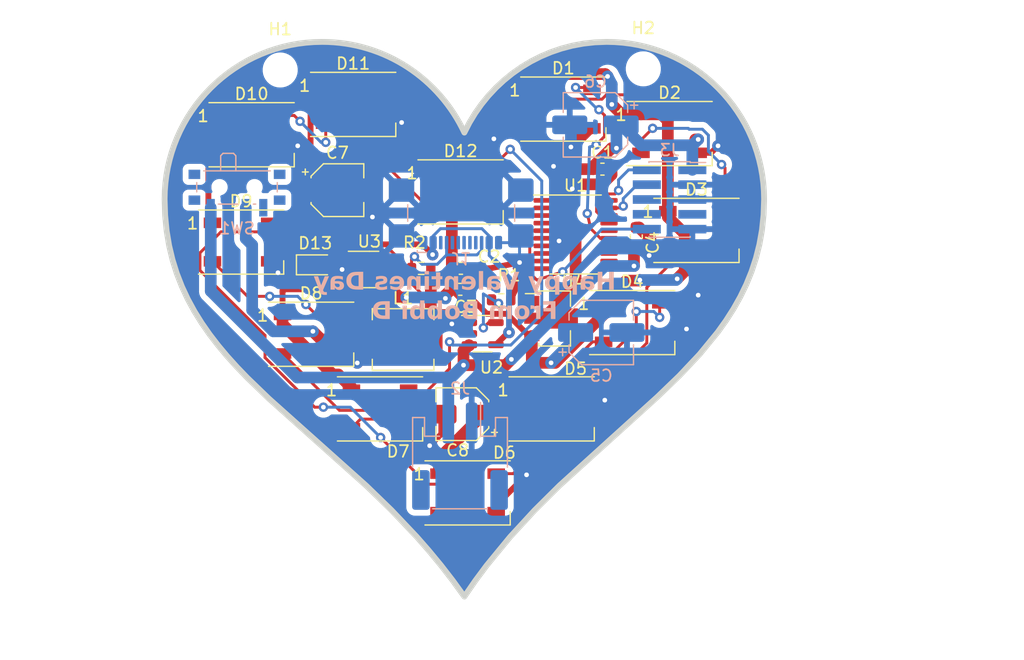
<source format=kicad_pcb>
(kicad_pcb (version 20221018) (generator pcbnew)
  (layers (0 "F.Cu" signal) (31 "B.Cu" signal) (34 "B.Paste" user) (35 "F.Paste" user) (36 "B.SilkS" user "B.Silkscreen") (37 "F.SilkS" user "F.Silkscreen") (38 "B.Mask" user) (39 "F.Mask" user) (44 "Edge.Cuts" user))
  (net 0 "")
  (net 1 "+3V3")
  (net 2 "GND")
  (net 3 "+5V")
  (net 4 "/VBat")
  (net 5 "Net-(D1-DOUT)")
  (net 6 "/LED_Data")
  (net 7 "Net-(D2-DOUT)")
  (net 8 "Net-(D3-DOUT)")
  (net 9 "Net-(D4-DOUT)")
  (net 10 "Net-(D4-DIN)")
  (net 11 "Net-(D5-DIN)")
  (net 12 "Net-(D12-DIN)")
  (net 13 "Net-(D7-DIN)")
  (net 14 "Net-(D8-DIN)")
  (net 16 "Net-(D10-DIN)")
  (net 17 "Net-(D11-DIN)")
  (net 18 "/VUSB")
  (net 19 "Net-(J1-CC1)")
  (net 26 "/SWDIO")
  (net 27 "/SWCLK")
  (net 31 "/~{RST}")
  (net 32 "/VBat_switched")
  (net 33 "Net-(U3-SW)")
  (net 34 "Net-(U2-PROG)")
  (net 42 "/Gain Select")
  (net 43 "/sda")
  (net 44 "/scl")
  (net 46 "/trans")
  (footprint "Capacitor_SMD:C_0603_1608Metric" (layer "F.Cu") (at 158.8 73.1)
    (fp_text reference "C1")
    (fp_text value "100nf")
  )
  (footprint "Capacitor_SMD:C_0603_1608Metric" (layer "F.Cu") (at 146.625 83.4)
    (fp_text reference "C3")
    (fp_text value "100n")
  )
  (footprint "LED_SMD:LED_WS2812B_PLCC4_5.0x5.0mm_P3.2mm" (layer "F.Cu") (at 139.75 93.65)
    (fp_text reference "D7")
    (fp_text value "WS2812B")
  )
  (footprint "Resistor_SMD:R_0603_1608Metric" (layer "F.Cu") (at 150.125 84.3)
    (fp_text reference "R1")
    (fp_text value "2k")
  )
  (footprint "LED_SMD:LED_WS2812B_PLCC4_5.0x5.0mm_P3.2mm" (layer "F.Cu") (at 147.25 100.85)
    (fp_text reference "D6")
    (fp_text value "WS2812B")
  )
  (footprint "Capacitor_SMD:CP_Elec_4x3" (layer "F.Cu") (at 146.8 94.1 180)
    (fp_text reference "C8")
    (fp_text value "4.7u")
  )
  (footprint "Package_TO_SOT_SMD:SOT-23-5" (layer "F.Cu") (at 148.5375 87.2)
    (fp_text reference "U2")
    (fp_text value "LR4054")
  )
  (footprint "LED_SMD:LED_WS2812B_PLCC4_5.0x5.0mm_P3.2mm" (layer "F.Cu") (at 164.55 70.05)
    (fp_text reference "D2")
    (fp_text value "WS2812B")
  )
  (footprint "LED_SMD:LED_WS2812B_PLCC4_5.0x5.0mm_P3.2mm" (layer "F.Cu") (at 128.75 70.15)
    (fp_text reference "D10")
    (fp_text value "WS2812B")
  )
  (footprint "Capacitor_SMD:C_0603_1608Metric" (layer "F.Cu") (at 146.675 81.6)
    (fp_text reference "C2")
    (fp_text value "100n")
  )
  (footprint "MountingHole:MountingHole_2.5mm" (layer "F.Cu") (at 162.3 64.5)
    (fp_text reference "H2")
    (fp_text value "MountingHole")
  )
  (footprint "LED_SMD:LED_WS2812B_PLCC4_5.0x5.0mm_P3.2mm" (layer "F.Cu") (at 155.45 67.95)
    (fp_text reference "D1")
    (fp_text value "WS2812B")
  )
  (footprint "LED_SMD:LED_WS2812B_PLCC4_5.0x5.0mm_P3.2mm" (layer "F.Cu") (at 133.85 87.25)
    (fp_text reference "D8")
    (fp_text value "WS2812B")
  )
  (footprint "LED_SMD:LED_WS2812B_PLCC4_5.0x5.0mm_P3.2mm" (layer "F.Cu") (at 161.35 86.25)
    (fp_text reference "D4")
    (fp_text value "WS2812B")
  )
  (footprint "Package_TO_SOT_SMD:SOT-23-5" (layer "F.Cu") (at 138.8375 81.7)
    (fp_text reference "U3")
    (fp_text value "TPS613222ADBV")
  )
  (footprint "LED_SMD:LED_WS2812B_PLCC4_5.0x5.0mm_P3.2mm" (layer "F.Cu") (at 154.45 93.65)
    (fp_text reference "D5")
    (fp_text value "WS2812B")
  )
  (footprint "Capacitor_SMD:C_0603_1608Metric" (layer "F.Cu") (at 161.7 78.875 90)
    (fp_text reference "C4")
    (fp_text value "100nf")
  )
  (footprint "LED_SMD:LED_WS2812B_PLCC4_5.0x5.0mm_P3.2mm" (layer "F.Cu") (at 137.45 67.55)
    (fp_text reference "D11")
    (fp_text value "WS2812B")
  )
  (footprint "Inductor_SMD:L_Vishay_IHLP-2020" (layer "F.Cu") (at 141.7265 87.7)
    (fp_text reference "L1")
    (fp_text value "4.7uh")
  )
  (footprint "Package_TO_SOT_SMD:SOT-89-3" (layer "F.Cu") (at 154.7 85.9)
    (fp_text reference "U4")
    (fp_text value "AMS1117-3.3")
  )
  (footprint "Package_SO:TSSOP-20_4.4x6.5mm_P0.65mm" (layer "F.Cu") (at 156.5 78.7)
    (fp_text reference "U1")
    (fp_text value "STM32G030F6P6")
  )
  (footprint "Resistor_SMD:R_0603_1608Metric" (layer "F.Cu") (at 143.275 81.6)
    (fp_text reference "R2")
    (fp_text value "5k1")
  )
  (footprint "Diode_SMD:D_SOD-323F" (layer "F.Cu") (at 134.2 81.3)
    (fp_text reference "D13")
    (fp_text value "SD103")
  )
  (footprint "LED_SMD:LED_WS2812B_PLCC4_5.0x5.0mm_P3.2mm" (layer "F.Cu") (at 127.85 79.35)
    (fp_text reference "D9")
    (fp_text value "WS2812B")
  )
  (footprint "LED_SMD:LED_WS2812B_PLCC4_5.0x5.0mm_P3.2mm" (layer "F.Cu") (at 146.65 75.05)
    (fp_text reference "D12")
    (fp_text value "WS2812B")
  )
  (footprint "MountingHole:MountingHole_2.5mm" (layer "F.Cu") (at 131.2 64.6)
    (fp_text reference "H1")
    (fp_text value "MountingHole")
  )
  (footprint "LED_SMD:LED_WS2812B_PLCC4_5.0x5.0mm_P3.2mm" (layer "F.Cu") (at 166.85 78.35)
    (fp_text reference "D3")
    (fp_text value "WS2812B")
  )
  (footprint "Capacitor_SMD:CP_Elec_4x3" (layer "F.Cu") (at 136.1 74.9)
    (fp_text reference "C7")
    (fp_text value "4.7u")
  )
  (footprint "Capacitor_SMD:CP_Elec_5x3" (layer "B.Cu") (at 158.2 69.3 180)
    (fp_text reference "C6")
    (fp_text value "10uf")
  )
  (footprint "Capacitor_SMD:CP_Elec_5x3" (layer "B.Cu") (at 158.7 87.1)
    (fp_text reference "C5")
    (fp_text value "10uf")
  )
  (footprint "Button_Switch_SMD:SW_SPDT_PCM12" (layer "B.Cu") (at 127.5 74.975)
    (fp_text reference "SW1")
    (fp_text value "SW_SPST")
  )
  (footprint "Connector_PinHeader_1.27mm:PinHeader_2x05_P1.27mm_Vertical_SMD" (layer "B.Cu") (at 164.55 75.7 180)
    (fp_text reference "J3")
    (fp_text value "Conn_ARM_JTAG_SWD_10")
  )
  (footprint "Connector_JST:JST_PH_S2B-PH-SM4-TB_1x02-1MP_P2.00mm_Horizontal" (layer "B.Cu") (at 146.6 97.7 180)
    (fp_text reference "J2")
    (fp_text value "Conn_01x02_Pin")
  )
  (footprint "Connector_USB:USB_C_Receptacle_GCT_USB4110" (layer "B.Cu") (at 146.7 75.72)
    (fp_text reference "J1")
    (fp_text value "USB_C_Receptacle")
  )
  (gr_poly (pts (xy 135.3 62.2) (xy 135.799241 62.227725) (xy 136.293405 62.273527) (xy 136.782171 62.337071) (xy 137.26522 62.418022) (xy 137.742228 62.516049) (xy 138.212875 62.630815) (xy 138.676839 62.761988) (xy 139.133801 62.909235) (xy 139.583437 63.07222) (xy 140.025427 63.25061) (xy 140.459451 63.444071) (xy 140.885186 63.652271) (xy 141.302311 63.874873) (xy 141.710506 64.111546) (xy 142.109449 64.361954) (xy 142.498818 64.625765) (xy 142.878293 64.902644) (xy 143.247553 65.192257) (xy 143.606276 65.494272) (xy 143.95414 65.808352) (xy 144.290826 66.134166) (xy 144.616011 66.471379) (xy 144.929375 66.819658) (xy 145.230595 67.178667) (xy 145.519352 67.548075) (xy 145.795323 67.927546) (xy 146.058188 68.316747) (xy 146.307625 68.715345) (xy 146.543314 69.123004) (xy 146.764932 69.539392) (xy 146.972159 69.964175) (xy 147.404642 69.120721) (xy 147.892941 68.312769) (xy 148.434506 67.54293) (xy 149.026788 66.813812) (xy 149.667237 66.128027) (xy 150.353305 65.488183) (xy 151.08244 64.89689) (xy 151.852094 64.356758) (xy 152.659718 63.870398) (xy 153.502761 63.440418) (xy 154.378675 63.069429) (xy 155.284909 62.76004) (xy 156.218914 62.514861) (xy 157.178141 62.336502) (xy 158.16004 62.227573) (xy 159.162061 62.190683) (xy 159.855614 62.208227) (xy 160.540096 62.260293) (xy 161.214658 62.346034) (xy 161.878449 62.464601) (xy 162.530623 62.615148) (xy 163.170328 62.796826) (xy 163.796717 63.008788) (xy 164.408941 63.250185) (xy 165.00615 63.520171) (xy 165.587496 63.817898) (xy 166.152129 64.142517) (xy 166.699201 64.493181) (xy 167.227862 64.869043) (xy 167.737264 65.269254) (xy 168.226557 65.692967) (xy 168.694893 66.139334) (xy 169.141423 66.607508) (xy 169.565297 67.09664) (xy 169.965666 67.605883) (xy 170.341683 68.13439) (xy 170.692496 68.681312) (xy 171.017259 69.245802) (xy 171.315121 69.827012) (xy 171.585233 70.424095) (xy 171.826747 71.036202) (xy 172.038814 71.662486) (xy 172.220585 72.302099) (xy 172.37121 72.954193) (xy 172.48984 73.617922) (xy 172.575628 74.292436) (xy 172.627723 74.976889) (xy 172.645276 75.670432) (xy 172.599578 77.01484) (xy 172.465145 78.303833) (xy 172.245969 79.541146) (xy 171.946043 80.730515) (xy 171.569358 81.875676) (xy 171.119908 82.980366) (xy 170.601684 84.048319) (xy 170.01868 85.083274) (xy 169.374886 86.088964) (xy 168.674296 87.069127) (xy 167.118696 88.967815) (xy 165.383818 90.809226) (xy 163.501601 92.623248) (xy 155.138106 100.203214) (xy 152.998269 102.328618) (xy 150.902723 104.605964) (xy 148.883408 107.06514) (xy 147.912317 108.372254) (xy 146.972261 109.736034) (xy 145.98288 108.365171) (xy 144.968726 107.054643) (xy 143.933484 105.800392) (xy 142.880838 104.59836) (xy 140.738072 102.334728) (xy 138.569902 100.231289) (xy 130.232689 92.770306) (xy 128.379625 90.980965) (xy 127.508043 90.075365) (xy 126.678008 89.15707) (xy 125.893202 88.222022) (xy 125.15731 87.266163) (xy 124.474018 86.285437) (xy 123.847009 85.275787) (xy 123.279967 84.233155) (xy 122.776577 83.153483) (xy 122.340523 82.032716) (xy 121.97549 80.866795) (xy 121.685162 79.651663) (xy 121.473223 78.383264) (xy 121.343358 77.057539) (xy 121.299251 75.670432) (xy 121.316795 74.976889) (xy 121.368862 74.292436) (xy 121.454604 73.617922) (xy 121.573176 72.954193) (xy 121.723729 72.302099) (xy 121.905416 71.662486) (xy 122.117391 71.036202) (xy 122.358807 70.424095) (xy 122.628816 69.827012) (xy 122.926571 69.245802) (xy 123.251225 68.681312) (xy 123.601931 68.13439) (xy 123.977842 67.605883) (xy 124.378111 67.09664) (xy 124.801891 66.607508) (xy 125.248335 66.139334) (xy 125.716595 65.692967) (xy 126.205824 65.269254) (xy 126.715176 64.869043) (xy 127.243803 64.493181) (xy 127.790859 64.142517) (xy 128.355495 63.817898) (xy 128.936866 63.520171) (xy 129.534123 63.250185) (xy 130.146421 63.008788) (xy 130.772911 62.796826) (xy 131.412747 62.615148) (xy 132.065081 62.464601) (xy 132.729067 62.346034) (xy 133.403858 62.260293) (xy 134.088605 62.208227) (xy 134.782463 62.190683) (xy 134.796005 62.190683)) (stroke (width 0.5)) (fill none) (layer "Edge.Cuts"))
  (gr_text "Happy Valentines Day\nFrom Bobbi D" (at 147 86.2) (layer "B.SilkS") (effects (font (size 1.5 1.5) (thickness 0.3) bold) (justify bottom mirror)))
  (segment (start 154.95 74.282233) (end 154.95 75.215858) (width 1) (layer "F.Cu") (net 1))
  (segment (start 154.95 75.215858) (end 155.2 75.465858) (width 1) (layer "F.Cu") (net 1))
  (segment (start 152.838 85.9) (end 153.75 85.9) (width 1) (layer "F.Cu") (net 1))
  (segment (start 158.025 72.860618) (end 159.585618 71.3) (width 1) (layer "F.Cu") (net 1))
  (segment (start 159.585618 71.3) (end 160 71.3) (width 1) (layer "F.Cu") (net 1))
  (segment (start 153.75 85.9) (end 156.5 83.15) (width 1) (layer "F.Cu") (net 1))
  (segment (start 156.132233 73.1) (end 154.95 74.282233) (width 1) (layer "F.Cu") (net 1))
  (segment (start 155.075 77.725) (end 153.638 77.725) (width 0.25) (layer "F.Cu") (net 1))
  (segment (start 155.2 75.465858) (end 155.2 77.6) (width 1) (layer "F.Cu") (net 1))
  (segment (start 158.025 73.1) (end 156.132233 73.1) (width 1) (layer "F.Cu") (net 1))
  (segment (start 158.025 73.1) (end 158.025 72.860618) (width 1) (layer "F.Cu") (net 1))
  (segment (start 153.638 77.725) (end 153.6375 77.725) (width 0.4006) (layer "F.Cu") (net 1))
  (segment (start 152.838 85.9) (end 152.8375 85.9) (width 1) (layer "F.Cu") (net 1))
  (segment (start 167 70.5505) (end 166.75 70.5505) (width 1) (layer "F.Cu") (net 1))
  (segment (start 156.5 83.15) (end 156.5 78.9) (width 1) (layer "F.Cu") (net 1))
  (segment (start 155.2 77.6) (end 155.075 77.725) (width 0.25) (layer "F.Cu") (net 1))
  (segment (start 156.5 78.9) (end 155.2 77.6) (width 1) (layer "F.Cu") (net 1))
  (via (at 167 70.5505) (size 1) (drill 0.4) (layers "F.Cu" "B.Cu") (net 1))
  (via (at 160 71.3) (size 1) (drill 0.4) (layers "F.Cu" "B.Cu") (net 1))
  (segment (start 166.5 71.0505) (end 162.1505 71.0505) (width 1) (layer "B.Cu") (net 1))
  (segment (start 162.1505 71.0505) (end 160.4 69.3) (width 1) (layer "B.Cu") (net 1))
  (segment (start 160 69.7) (end 160.4 69.3) (width 1) (layer "B.Cu") (net 1))
  (segment (start 166.5 71.0505) (end 167 70.5505) (width 1) (layer "B.Cu") (net 1))
  (segment (start 160 71.3) (end 160 69.7) (width 1) (layer "B.Cu") (net 1))
  (segment (start 166.5 73.16) (end 166.5 71.0505) (width 1) (layer "B.Cu") (net 1))
  (segment (start 154.609227 72.690773) (end 154.609227 72.855239) (width 1) (layer "F.Cu") (net 2))
  (segment (start 159.575 73.575) (end 158.75 74.4) (width 1) (layer "F.Cu") (net 2))
  (segment (start 144.1 81.6) (end 144.1 82.5) (width 0.5) (layer "F.Cu") (net 2))
  (segment (start 151.477 83.127) (end 150.95 84.3) (width 0.5) (layer "F.Cu") (net 2))
  (segment (start 145.9 85.7005) (end 145.9 86.3625) (width 1) (layer "F.Cu") (net 2))
  (segment (start 155.083 79.0834) (end 155.083 79.2512) (width 0.25) (layer "F.Cu") (net 2))
  (segment (start 156.6 74.4) (end 156.215599 74.784401) (width 1) (layer "F.Cu") (net 2))
  (segment (start 145.7995 85.6) (end 145.9 85.7005) (width 1) (layer "F.Cu") (net 2))
  (segment (start 156.9 95) (end 159 92.9) (width 0.5) (layer "F.Cu") (net 2))
  (segment (start 167 71.7) (end 168.1 71.7) (width 0.5) (layer "F.Cu") (net 2))
  (segment (start 149.1697 81.6) (end 148.615 81.7096) (width 0.5) (layer "F.Cu") (net 2))
  (segment (start 161.939382 78.1) (end 162.9 79.060618) (width 1) (layer "F.Cu") (net 2))
  (segment (start 146.738 87.2) (end 147.4 87.2) (width 0.5) (layer "F.Cu") (net 2))
  (segment (start 136.3 88.9) (end 136.991 88.9) (width 0.5) (layer "F.Cu") (net 2))
  (segment (start 130.3 81.2675) (end 131.009 81.9767) (width 0.5) (layer "F.Cu") (net 2))
  (segment (start 145.9 86.3625) (end 146.738 87.2) (width 0.5) (layer "F.Cu") (net 2))
  (segment (start 145 94.1) (end 145 95.8) (width 0.5) (layer "F.Cu") (net 2))
  (segment (start 141.5 69.2) (end 141.6 69.1) (width 0.5) (layer "F.Cu") (net 2))
  (segment (start 147.432 75.0315) (end 147.432 72.5685) (width 0.5) (layer "F.Cu") (net 2))
  (segment (start 151.7 81.1) (end 151.367 81.6) (width 0.5) (layer "F.Cu") (net 2))
  (segment (start 151.7 81.1) (end 151.477 83.127) (width 0.5) (layer "F.Cu") (net 2))
  (segment (start 157.9 69.6) (end 157.7 69.6) (width 1) (layer "F.Cu") (net 2))
  (segment (start 163.8 87.9) (end 164.9 87.9) (width 0.5) (layer "F.Cu") (net 2))
  (segment (start 168.1 71.7) (end 168.7 71.1) (width 0.5) (layer "F.Cu") (net 2))
  (segment (start 142.2 95.3) (end 142.5 95.3) (width 0.5) (layer "F.Cu") (net 2))
  (segment (start 142.5 95.3) (end 144 96.8) (width 0.5) (layer "F.Cu") (net 2))
  (segment (start 164.9 87.9) (end 166 86.8) (width 0.5) (layer "F.Cu") (net 2))
  (segment (start 151.477 83.127) (end 152.75 84.4) (width 0.5) (layer "F.Cu") (net 2))
  (segment (start 131.2 71.8) (end 132 71.8) (width 0.5) (layer "F.Cu") (net 2))
  (segment (start 149.1697 81.6) (end 147.45 81.6) (width 0.5) (layer "F.Cu") (net 2))
  (segment (start 147.4 82.925) (end 147.4 83.4) (width 0.5) (layer "F.Cu") (net 2))
  (segment (start 162.9 79.060618) (end 162.9 80.4) (width 1) (layer "F.Cu") (net 2))
  (segment (start 137.9 76) (end 139.1 77.2) (width 0.5) (layer "F.Cu") (net 2))
  (segment (start 144.1 82.5) (end 144.1 85.6) (width 1) (layer "F.Cu") (net 2))
  (segment (start 159.575 73.1) (end 159.575 73.575) (width 1) (layer "F.Cu") (net 2))
  (segment (start 153.638 78.375) (end 154.375 78.375) (width 0.25) (layer "F.Cu") (net 2))
  (segment (start 149.7 101.9) (end 152.3 99.3) (width 0.5) (layer "F.Cu") (net 2))
  (segment (start 145 95.8) (end 144 96.8) (width 0.5) (layer "F.Cu") (net 2))
  (segment (start 156.1 71.2) (end 154.609227 72.690773) (width 1) (layer "F.Cu") (net 2))
  (segment (start 153.638 78.375) (end 153.6375 78.375) (width 0.4006) (layer "F.Cu") (net 2))
  (segment (start 157.7 69.6) (end 156.1 71.2) (width 1) (layer "F.Cu") (net 2))
  (segment (start 169.3 80) (end 169.3 81.6) (width 0.5) (layer "F.Cu") (net 2))
  (segment (start 149.7 102.5) (end 149.7 101.9) (width 0.5) (layer "F.Cu") (net 2))
  (segment (start 169.3 81.6) (end 167 83.9) (width 0.5) (layer "F.Cu") (net 2))
  (segment (start 154.375 78.375) (end 155.083 79.0834) (width 0.25) (layer "F.Cu") (net 2))
  (segment (start 158.75 74.4) (end 156.6 74.4) (width 1) (layer "F.Cu") (net 2))
  (segment (start 144.1 85.6) (end 145.7995 85.6) (width 1) (layer "F.Cu") (net 2))
  (segment (start 161.7 78.1) (end 161.939382 78.1) (width 1) (layer "F.Cu") (net 2))
  (segment (start 130.3 81) (end 130.3 81.2675) (width 0.5) (layer "F.Cu") (net 2))
  (segment (start 147.432 72.5685) (end 149.5 70.5) (width 0.5) (layer "F.Cu") (net 2))
  (segment (start 136.991 88.9) (end 137.8 89.7093) (width 0.5) (layer "F.Cu") (net 2))
  (segment (start 148.615 81.7096) (end 147.4 82.925) (width 0.5) (layer "F.Cu") (net 2))
  (segment (start 149.1 76.7) (end 147.432 75.0315) (width 0.5) (layer "F.Cu") (net 2))
  (segment (start 151.7 81.1) (end 149.1697 81.6) (width 0.5) (layer "F.Cu") (net 2))
  (segment (start 137.9 74.9) (end 137.9 76) (width 0.5) (layer "F.Cu") (net 2))
  (segment (start 156.9 95.3) (end 156.9 95) (width 0.5) (layer "F.Cu") (net 2))
  (segment (start 132 71.8) (end 132.7 71.1) (width 0.5) (layer "F.Cu") (net 2))
  (segment (start 137.7 81.7) (end 136.5 81.7) (width 0.5) (layer "F.Cu") (net 2))
  (segment (start 162.9 80.4) (end 162.8 80.5) (width 1) (layer "F.Cu") (net 2))
  (segment (start 139.9 69.2) (end 141.5 69.2) (width 0.5) (layer "F.Cu") (net 2))
  (via (at 145.9 86.3625) (size 1) (drill 0.4) (layers "F.Cu" "B.Cu") (net 2))
  (via (at 167 83.9) (size 1) (drill 0.4) (layers "F.Cu" "B.Cu") (net 2))
  (via (at 139.1 77.2) (size 1) (drill 0.4) (layers "F.Cu" "B.Cu") (net 2))
  (via (at 137.8 89.7093) (size 1) (drill 0.4) (layers "F.Cu" "B.Cu") (net 2))
  (via (at 166 86.8) (size 1) (drill 0.4) (layers "F.Cu" "B.Cu") (net 2))
  (via (at 156.1 71.2) (size 1) (drill 0.4) (layers "F.Cu" "B.Cu") (net 2))
  (via (at 149.5 70.5) (size 1) (drill 0.4) (layers "F.Cu" "B.Cu") (net 2))
  (via (at 132.7 71.1) (size 1) (drill 0.4) (layers "F.Cu" "B.Cu") (net 2))
  (via (at 155.083 79.2512) (size 1) (drill 0.4) (layers "F.Cu" "B.Cu") (net 2))
  (via (at 159 92.9) (size 1) (drill 0.4) (layers "F.Cu" "B.Cu") (net 2))
  (via (at 156.215599 74.784401) (size 1) (drill 0.4) (layers "F.Cu" "B.Cu") (net 2))
  (via (at 144 96.8) (size 1) (drill 0.4) (layers "F.Cu" "B.Cu") (net 2))
  (via (at 151.7 81.1) (size 1) (drill 0.4) (layers "F.Cu" "B.Cu") (net 2))
  (via (at 136.5 81.7) (size 1) (drill 0.4) (layers "F.Cu" "B.Cu") (net 2))
  (via (at 131.009 81.9767) (size 1) (drill 0.4) (layers "F.Cu" "B.Cu") (net 2))
  (via (at 154.609227 72.855239) (size 1) (drill 0.4) (layers "F.Cu" "B.Cu") (net 2))
  (via (at 152.3 99.3) (size 1) (drill 0.4) (layers "F.Cu" "B.Cu") (net 2))
  (via (at 141.6 69.1) (size 1) (drill 0.4) (layers "F.Cu" "B.Cu") (net 2))
  (via (at 168.7 71.1) (size 1) (drill 0.4) (layers "F.Cu" "B.Cu") (net 2))
  (via (at 162.8 80.5) (size 1) (drill 0.4) (layers "F.Cu" "B.Cu") (net 2))
  (segment (start 151.7 78.935) (end 151.81 78.825) (width 0.25) (layer "B.Cu") (net 2))
  (segment (start 151.7 78.935) (end 151.81 78.825) (width 0.25) (layer "B.Cu") (net 2))
  (segment (start 151.235 79.4) (end 151.7 78.935) (width 0.25) (layer "B.Cu") (net 2))
  (segment (start 156.1 71.2) (end 156.1 69.4) (width 1) (layer "B.Cu") (net 2))
  (segment (start 151.7 81.1) (end 151.7 78.935) (width 0.25) (layer "B.Cu") (net 2))
  (segment (start 156.1 69.4) (end 156 69.3) (width 1) (layer "B.Cu") (net 2))
  (segment (start 149.9 79.4) (end 151.235 79.4) (width 0.25) (layer "B.Cu") (net 2))
  (segment (start 145.85 83.4) (end 145.85 81.65) (width 1) (layer "F.Cu") (net 3))
  (segment (start 139.975 82.65) (end 139.225 83.4) (width 0.5) (layer "F.Cu") (net 3))
  (segment (start 158.9 85.5564) (end 154.756 89.7) (width 1) (layer "F.Cu") (net 3))
  (segment (start 162.018 82.65) (end 162.018 82.618) (width 1) (layer "F.Cu") (net 3))
  (segment (start 137.3 92) (end 137.3 91.8232) (width 1) (layer "F.Cu") (net 3))
  (segment (start 145.9 81.6) (end 145.9 75.1) (width 1) (layer "F.Cu") (net 3))
  (segment (start 134.3 74.9) (end 133.8 74.4) (width 0.5) (layer "F.Cu") (net 3))
  (segment (start 154.35 64.95) (end 153 66.3) (width 1) (layer "F.Cu") (net 3))
  (segment (start 145.9 75.1) (end 144.2 73.4) (width 1) (layer "F.Cu") (net 3))
  (segment (start 133.1 81.3) (end 133.1 76.1) (width 0.5) (layer "F.Cu") (net 3))
  (segment (start 147.725 84.325) (end 148.9 85.5) (width 0.5) (layer "F.Cu") (net 3))
  (segment (start 139.225 83.4) (end 131.6 83.4) (width 0.5) (layer "F.Cu") (net 3))
  (segment (start 152 92) (end 150.7 92) (width 1) (layer "F.Cu") (net 3))
  (segment (start 162.1 68.4) (end 160.45 68.4) (width 1) (layer "F.Cu") (net 3))
  (segment (start 133.1 76.1) (end 134.3 74.9) (width 0.5) (layer "F.Cu") (net 3))
  (segment (start 148.9 85.5) (end 150.614 85.5) (width 0.5) (layer "F.Cu") (net 3))
  (segment (start 165.85 78.6471) (end 164.4 77.1971) (width 1) (layer "F.Cu") (net 3))
  (segment (start 159.240142 65.15) (end 159.040142 64.95) (width 1) (layer "F.Cu") (net 3))
  (segment (start 125.05 69.75) (end 126.3 68.5) (width 0.5) (layer "F.Cu") (net 3))
  (segment (start 126.3 68.5) (end 127.45 67.35) (width 1) (layer "F.Cu") (net 3))
  (segment (start 162.1 68.4) (end 163.85 68.4) (width 1) (layer "F.Cu") (net 3))
  (segment (start 154.756 89.7) (end 154.4 89.7) (width 1) (layer "F.Cu") (net 3))
  (segment (start 158.9 84.6) (end 158.9 85.5564) (width 1) (layer "F.Cu") (net 3))
  (segment (start 131.6 83.4) (end 131.4 83.6) (width 0.5) (layer "F.Cu") (net 3))
  (segment (start 125.05 77.35) (end 125.05 69.75) (width 0.5) (layer "F.Cu") (net 3))
  (segment (start 152.514 87.4) (end 152.75 87.4) (width 0.5) (layer "F.Cu") (net 3))
  (segment (start 131.4 86.4) (end 131.4 85.6) (width 1) (layer "F.Cu") (net 3))
  (segment (start 131.4 83) (end 133.1 81.3) (width 0.5) (layer "F.Cu") (net 3))
  (segment (start 133.8 74.4) (end 133.8 67.1) (width 0.5) (layer "F.Cu") (net 3))
  (segment (start 131.4 85.6) (end 131.4 83.6) (width 0.5) (layer "F.Cu") (net 3))
  (segment (start 145.85 83.4) (end 146.775 84.325) (width 0.5) (layer "F.Cu") (net 3))
  (segment (start 145.35 83.9) (end 145.35 84.17648) (width 1) (layer "F.Cu") (net 3))
  (segment (start 127.45 67.35) (end 133.55 67.35) (width 1) (layer "F.Cu") (net 3))
  (segment (start 163.85 68.4) (end 164.4 68.95) (width 1) (layer "F.Cu") (net 3))
  (segment (start 159.040142 64.95) (end 154.35 64.95) (width 1) (layer "F.Cu") (net 3))
  (segment (start 152.75 91.25) (end 152 92) (width 1) (layer "F.Cu") (net 3))
  (segment (start 144.8 99.2) (end 144.8 97.9) (width 1) (layer "F.Cu") (net 3))
  (segment (start 164.4 68.95) (end 164.4 76.7) (width 1) (layer "F.Cu") (net 3))
  (segment (start 152.75 89.7) (end 152.75 91.25) (width 1) (layer "F.Cu") (net 3))
  (segment (start 165.85 81.85) (end 165.85 78.6471) (width 1) (layer "F.Cu") (net 3))
  (segment (start 158.9 84.6) (end 160.85 82.65) (width 1) (layer "F.Cu") (net 3))
  (segment (start 133.8 67.1) (end 135 65.9) (width 0.5) (layer "F.Cu") (net 3))
  (segment (start 145.85 83.4) (end 145.35 83.9) (width 1) (layer "F.Cu") (net 3))
  (segment (start 152.75 87.4) (end 152.75 89.7) (width 1) (layer "F.Cu") (net 3))
  (segment (start 162.018 82.618) (end 162 82.6) (width 1) (layer "F.Cu") (net 3))
  (segment (start 150.7 92) (end 148.6 94.1) (width 1) (layer "F.Cu") (net 3))
  (segment (start 142 84.1) (end 141.425 84.1) (width 1) (layer "F.Cu") (net 3))
  (segment (start 164.4 77.1971) (end 164.4 76.7) (width 1) (layer "F.Cu") (net 3))
  (segment (start 144.8 97.9) (end 148.6 94.1) (width 1) (layer "F.Cu") (net 3))
  (segment (start 131.4 83.6) (end 131.4 83) (width 0.5) (layer "F.Cu") (net 3))
  (segment (start 154.4 89.7) (end 152.75 89.7) (width 1) (layer "F.Cu") (net 3))
  (segment (start 165.2 82.5) (end 165.85 81.85) (width 1) (layer "F.Cu") (net 3))
  (segment (start 145.85 81.65) (end 145.9 81.6) (width 1) (layer "F.Cu") (net 3))
  (segment (start 135.7 90.7) (end 131.4 86.4) (width 1) (layer "F.Cu") (net 3))
  (segment (start 137.3 91.8232) (end 136.177 90.7) (width 1) (layer "F.Cu") (net 3))
  (segment (start 160.85 82.65) (end 162.018 82.65) (width 1) (layer "F.Cu") (net 3))
  (segment (start 125.4 77.7) (end 125.05 77.35) (width 0.5) (layer "F.Cu") (net 3))
  (segment (start 160.45 68.4) (end 159.6 67.55) (width 1) (layer "F.Cu") (net 3))
  (segment (start 133.55 67.35) (end 133.8 67.1) (width 1) (layer "F.Cu") (net 3))
  (segment (start 146.775 84.325) (end 147.725 84.325) (width 0.5) (layer "F.Cu") (net 3))
  (segment (start 141.425 84.1) (end 139.975 82.65) (width 1) (layer "F.Cu") (net 3))
  (segment (start 150.614 85.5) (end 152.514 87.4) (width 0.5) (layer "F.Cu") (net 3))
  (segment (start 136.177 90.7) (end 135.7 90.7) (width 1) (layer "F.Cu") (net 3))
  (via (at 165.2 82.5) (size 1) (drill 0.4) (layers "F.Cu" "B.Cu") (net 3))
  (via (at 145.35 84.17648) (size 1) (drill 0.4) (layers "F.Cu" "B.Cu") (net 3))
  (via (at 159.6 67.55) (size 1) (drill 0.4) (layers "F.Cu" "B.Cu") (net 3))
  (via (at 159.240142 65.15) (size 1) (drill 0.4) (layers "F.Cu" "B.Cu") (net 3))
  (via (at 142 84.1) (size 1) (drill 0.4) (layers "F.Cu" "B.Cu") (net 3))
  (via (at 162 82.6) (size 1) (drill 0.4) (layers "F.Cu" "B.Cu") (net 3))
  (via (at 154.4 89.7) (size 1) (drill 0.4) (layers "F.Cu" "B.Cu") (net 3))
  (segment (start 145.27352 84.1) (end 145.35 84.17648) (width 1) (layer "B.Cu") (net 3))
  (segment (start 142 84.1) (end 145.27352 84.1) (width 1) (layer "B.Cu") (net 3))
  (segment (start 156.5 87.6) (end 154.4 89.7) (width 1) (layer "B.Cu") (net 3))
  (segment (start 165.1 82.6) (end 165.2 82.5) (width 1) (layer "B.Cu") (net 3))
  (segment (start 159.6 65.834313) (end 159.6 67.55) (width 1) (layer "B.Cu") (net 3))
  (segment (start 159.240142 65.15) (end 159.6 65.834313) (width 1) (layer "B.Cu") (net 3))
  (segment (start 156.5 87.1) (end 156.5 87.6) (width 1) (layer "B.Cu") (net 3))
  (segment (start 162 82.6) (end 165.1 82.6) (width 1) (layer "B.Cu") (net 3))
  (segment (start 161.5 81.4) (end 161.5 79.85) (width 1) (layer "F.Cu") (net 4))
  (segment (start 147.35 88.2) (end 147.375 88.2) (width 1) (layer "F.Cu") (net 4))
  (segment (start 150.5 89.9) (end 151 89.4) (width 1) (layer "F.Cu") (net 4))
  (segment (start 147.375 88.2) (end 147.375 88.175) (width 0.601) (layer "F.Cu") (net 4))
  (segment (start 146.9 88.65) (end 147.35 88.2) (width 1) (layer "F.Cu") (net 4))
  (segment (start 161.5 79.85) (end 161.7 79.65) (width 1) (layer "F.Cu") (net 4))
  (segment (start 147.375 88.175) (end 147.4 88.15) (width 0.601) (layer "F.Cu") (net 4))
  (segment (start 147.375 88.2) (end 147.4 88.2) (width 1) (layer "F.Cu") (net 4))
  (segment (start 146.9 89.9) (end 150.5 89.9) (width 1) (layer "F.Cu") (net 4))
  (segment (start 146.9 89.9) (end 146.9 88.65) (width 1) (layer "F.Cu") (net 4))
  (via (at 146.9 89.9) (size 1) (drill 0.4) (layers "F.Cu" "B.Cu") (net 4))
  (via (at 151 89.4) (size 1) (drill 0.4) (layers "F.Cu" "B.Cu") (net 4))
  (via (at 161.5 81.4) (size 1) (drill 0.4) (layers "F.Cu" "B.Cu") (net 4))
  (segment (start 145.841 90.9593) (end 146.9 89.9) (width 1) (layer "B.Cu") (net 4))
  (segment (start 159 81.4) (end 161.5 81.4) (width 1) (layer "B.Cu") (net 4))
  (segment (start 145.6 91.2) (end 145.8407 90.9593) (width 1) (layer "B.Cu") (net 4))
  (segment (start 125.25 76.405) (end 125.25 83.55) (width 1) (layer "B.Cu") (net 4))
  (segment (start 145.8407 90.9593) (end 146.9 89.9) (width 1) (layer "B.Cu") (net 4))
  (segment (start 125.25 83.55) (end 132.659 90.9593) (width 1) (layer "B.Cu") (net 4))
  (segment (start 145.6 94.85) (end 145.6 91.2) (width 1) (layer "B.Cu") (net 4))
  (segment (start 151 89.4) (end 159 81.4) (width 1) (layer "B.Cu") (net 4))
  (segment (start 145.8407 90.9593) (end 145.841 90.9593) (width 1) (layer "B.Cu") (net 4))
  (segment (start 132.659 90.9593) (end 145.8407 90.9593) (width 1) (layer "B.Cu") (net 4))
  (segment (start 153.3 68.4) (end 153 68.6) (width 0.25) (layer "F.Cu") (net 5))
  (segment (start 154.6 67.1) (end 153.3 68.4) (width 0.25) (layer "F.Cu") (net 5))
  (segment (start 158.762563 67.1) (end 154.6 67.1) (width 0.25) (layer "F.Cu") (net 5))
  (segment (start 165.325 66.725) (end 159.137563 66.725) (width 0.25) (layer "F.Cu") (net 5))
  (segment (start 167 68.4) (end 165.325 66.725) (width 0.25) (layer "F.Cu") (net 5))
  (segment (start 159.137563 66.725) (end 158.762563 67.1) (width 0.25) (layer "F.Cu") (net 5))
  (segment (start 153 68.6) (end 153 69.6) (width 0.25) (layer "F.Cu") (net 5))
  (segment (start 158.625 79.025) (end 159.3625 79.025) (width 0.25) (layer "F.Cu") (net 6))
  (segment (start 158.975 70.29739) (end 158.975 68.475) (width 0.25) (layer "F.Cu") (net 6))
  (segment (start 157.7 66.1) (end 157.9 66.3) (width 0.25) (layer "F.Cu") (net 6))
  (segment (start 157.8 78.2) (end 158.625 79.025) (width 0.25) (layer "F.Cu") (net 6))
  (segment (start 156.5 66.1) (end 157.7 66.1) (width 0.25) (layer "F.Cu") (net 6))
  (segment (start 158.257141 71.015249) (end 158.975 70.29739) (width 0.25) (layer "F.Cu") (net 6))
  (segment (start 158.975 68.475) (end 158.5 68) (width 0.25) (layer "F.Cu") (net 6))
  (segment (start 157.5 76.9) (end 157.8 78.2) (width 0.25) (layer "F.Cu") (net 6))
  (via (at 158.257141 71.015249) (size 0.8) (drill 0.4) (layers "F.Cu" "B.Cu") (net 6))
  (via (at 158.5 68) (size 0.8) (drill 0.4) (layers "F.Cu" "B.Cu") (net 6))
  (via (at 157.5 76.9) (size 0.8) (drill 0.4) (layers "F.Cu" "B.Cu") (net 6))
  (via (at 156.5 66.1) (size 0.8) (drill 0.4) (layers "F.Cu" "B.Cu") (net 6))
  (segment (start 158.5 68) (end 158.4 68) (width 0.25) (layer "B.Cu") (net 6))
  (segment (start 157.7 71.2) (end 158.257141 71.015249) (width 0.25) (layer "B.Cu") (net 6))
  (segment (start 157.5 76.9) (end 157.7 71.2) (width 0.25) (layer "B.Cu") (net 6))
  (segment (start 158.4 68) (end 156.5 66.1) (width 0.25) (layer "B.Cu") (net 6))
  (segment (start 169 72.7) (end 169.3 73) (width 0.25) (layer "F.Cu") (net 7))
  (segment (start 169.3 73) (end 169.3 76.7) (width 0.25) (layer "F.Cu") (net 7))
  (segment (start 162.1 70.6) (end 163.1 69.6) (width 0.25) (layer "F.Cu") (net 7))
  (segment (start 162.1 71.7) (end 162.1 70.6) (width 0.25) (layer "F.Cu") (net 7))
  (via (at 163.1 69.6) (size 0.8) (drill 0.4) (layers "F.Cu" "B.Cu") (net 7))
  (via (at 169 72.7) (size 0.8) (drill 0.4) (layers "F.Cu" "B.Cu") (net 7))
  (segment (start 167.362 69.6755) (end 167.875 70.1881) (width 0.25) (layer "B.Cu") (net 7))
  (segment (start 166.1495 69.6) (end 166.225 69.6755) (width 0.25) (layer "B.Cu") (net 7))
  (segment (start 166.225 69.6755) (end 167.362 69.6755) (width 0.25) (layer "B.Cu") (net 7))
  (segment (start 167.875 70.1881) (end 167.875 71.575) (width 0.25) (layer "B.Cu") (net 7))
  (segment (start 163.1 69.6) (end 166.1495 69.6) (width 0.25) (layer "B.Cu") (net 7))
  (segment (start 167.875 71.575) (end 169 72.7) (width 0.25) (layer "B.Cu") (net 7))
  (segment (start 157.825 92.775) (end 162.6 88) (width 0.25) (layer "F.Cu") (net 8))
  (segment (start 157.575 92.775) (end 157.825 92.775) (width 0.25) (layer "F.Cu") (net 8))
  (segment (start 149.7 99.2) (end 151.15 99.2) (width 0.25) (layer "F.Cu") (net 8))
  (segment (start 164.4 81.4345) (end 164.4 80) (width 0.25) (layer "F.Cu") (net 8))
  (segment (start 162.6 83.2345) (end 164.4 81.4345) (width 0.25) (layer "F.Cu") (net 8))
  (segment (start 151.15 99.2) (end 157.575 92.775) (width 0.25) (layer "F.Cu") (net 8))
  (segment (start 162.6 88) (end 162.6 83.2345) (width 0.25) (layer "F.Cu") (net 8))
  (segment (start 150.225 94.525) (end 150.225 95.625) (width 0.25) (layer "F.Cu") (net 9))
  (segment (start 124.325 81.775) (end 129.9 87.35) (width 0.25) (layer "F.Cu") (net 9))
  (segment (start 129.9 89.25) (end 134.15 93.5) (width 0.25) (layer "F.Cu") (net 9))
  (segment (start 145.75 100.1) (end 143.8 100.1) (width 0.25) (layer "F.Cu") (net 9))
  (segment (start 157.95 87.9) (end 151.325 94.525) (width 0.25) (layer "F.Cu") (net 9))
  (segment (start 124.325 80.275) (end 124.325 81.775) (width 0.25) (layer "F.Cu") (net 9))
  (segment (start 150.225 95.625) (end 145.75 100.1) (width 0.25) (layer "F.Cu") (net 9))
  (segment (start 158.9 87.9) (end 157.95 87.9) (width 0.25) (layer "F.Cu") (net 9))
  (segment (start 143.8 100.1) (end 139.8 96.1) (width 0.25) (layer "F.Cu") (net 9))
  (segment (start 130.3 77.7) (end 129.525 78.475) (width 0.25) (layer "F.Cu") (net 9))
  (segment (start 129.9 87.35) (end 129.9 89.25) (width 0.25) (layer "F.Cu") (net 9))
  (segment (start 134.15 93.5) (end 134.9 93.5) (width 0.25) (layer "F.Cu") (net 9))
  (segment (start 151.325 94.525) (end 150.225 94.525) (width 0.25) (layer "F.Cu") (net 9))
  (segment (start 126.125 78.475) (end 124.325 80.275) (width 0.25) (layer "F.Cu") (net 9))
  (segment (start 129.525 78.475) (end 126.125 78.475) (width 0.25) (layer "F.Cu") (net 9))
  (via (at 134.9 93.5) (size 0.8) (drill 0.4) (layers "F.Cu" "B.Cu") (net 9))
  (via (at 139.8 96.1) (size 0.8) (drill 0.4) (layers "F.Cu" "B.Cu") (net 9))
  (segment (start 139.8 96.1) (end 137.2 93.5) (width 0.25) (layer "B.Cu") (net 9))
  (segment (start 137.2 93.5) (end 134.9 93.5) (width 0.25) (layer "B.Cu") (net 9))
  (segment (start 152 95.3) (end 152 94.6) (width 0.25) (layer "F.Cu") (net 10))
  (segment (start 161.7 86.8) (end 161.7 85.3) (width 0.25) (layer "F.Cu") (net 10))
  (segment (start 152 94.6) (end 157.925 88.675) (width 0.25) (layer "F.Cu") (net 10))
  (segment (start 157.925 88.675) (end 159.825 88.675) (width 0.25) (layer "F.Cu") (net 10))
  (segment (start 159.825 88.675) (end 161.7 86.8) (width 0.25) (layer "F.Cu") (net 10))
  (segment (start 163.7 84.7) (end 163.8 84.6) (width 0.25) (layer "F.Cu") (net 10))
  (segment (start 163.7 85.8) (end 163.7 84.7) (width 0.25) (layer "F.Cu") (net 10))
  (via (at 163.7 85.8) (size 0.8) (drill 0.4) (layers "F.Cu" "B.Cu") (net 10))
  (via (at 161.7 85.3) (size 0.8) (drill 0.4) (layers "F.Cu" "B.Cu") (net 10))
  (segment (start 163.2 85.3) (end 163.7 85.8) (width 0.25) (layer "B.Cu") (net 10))
  (segment (start 161.7 85.3) (end 163.2 85.3) (width 0.25) (layer "B.Cu") (net 10))
  (segment (start 153.525 96.075) (end 156.9 92.7) (width 0.25) (layer "F.Cu") (net 11))
  (segment (start 156.9 92.7) (end 156.9 92) (width 0.25) (layer "F.Cu") (net 11))
  (segment (start 144.8 101.8) (end 150.525 96.075) (width 0.25) (layer "F.Cu") (net 11))
  (segment (start 144.8 102.5) (end 144.8 101.8) (width 0.25) (layer "F.Cu") (net 11))
  (segment (start 150.525 96.075) (end 153.525 96.075) (width 0.25) (layer "F.Cu") (net 11))
  (segment (start 145.704 90.196) (end 145.704 87.9) (width 0.25) (layer "F.Cu") (net 12))
  (segment (start 149.1 73.2) (end 149.1 73.4) (width 0.25) (layer "F.Cu") (net 12))
  (segment (start 141.375 94.525) (end 145.704 90.196) (width 0.25) (layer "F.Cu") (net 12))
  (segment (start 137.3 95.3) (end 138.075 94.525) (width 0.25) (layer "F.Cu") (net 12))
  (segment (start 150.9 71.4) (end 149.1 73.2) (width 0.25) (layer "F.Cu") (net 12))
  (segment (start 138.075 94.525) (end 141.375 94.525) (width 0.25) (layer "F.Cu") (net 12))
  (via (at 150.9 71.4) (size 0.8) (drill 0.4) (layers "F.Cu" "B.Cu") (net 12))
  (via (at 145.704 87.9) (size 0.8) (drill 0.4) (layers "F.Cu" "B.Cu") (net 12))
  (segment (start 153.6 74.1) (end 150.9 71.4) (width 0.25) (layer "B.Cu") (net 12))
  (segment (start 145.978 88.1744) (end 150.955 88.1744) (width 0.25) (layer "B.Cu") (net 12))
  (segment (start 150.955 88.1744) (end 153.6 85.5293) (width 0.25) (layer "B.Cu") (net 12))
  (segment (start 153.6 85.5293) (end 153.6 74.1) (width 0.25) (layer "B.Cu") (net 12))
  (segment (start 145.704 87.9) (end 145.978 88.1744) (width 0.25) (layer "B.Cu") (net 12))
  (segment (start 136.275 93.775) (end 140.425 93.775) (width 0.25) (layer "F.Cu") (net 13))
  (segment (start 131.4 88.9) (end 136.275 93.775) (width 0.25) (layer "F.Cu") (net 13))
  (segment (start 140.425 93.775) (end 142.2 92) (width 0.25) (layer "F.Cu") (net 13))
  (segment (start 134.3 85.6) (end 136.3 85.6) (width 0.25) (layer "F.Cu") (net 14))
  (segment (start 125.4 81) (end 128.4 84) (width 0.25) (layer "F.Cu") (net 14))
  (segment (start 128.4 84) (end 130.3 84) (width 0.25) (layer "F.Cu") (net 14))
  (segment (start 133.4 84.7) (end 134.3 85.6) (width 0.25) (layer "F.Cu") (net 14))
  (via (at 133.4 84.7) (size 0.8) (drill 0.4) (layers "F.Cu" "B.Cu") (net 14))
  (via (at 130.3 84) (size 0.8) (drill 0.4) (layers "F.Cu" "B.Cu") (net 14))
  (segment (start 130.3 84) (end 132.7 84) (width 0.25) (layer "B.Cu") (net 14))
  (segment (start 132.7 84) (end 133.4 84.7) (width 0.25) (layer "B.Cu") (net 14))
  (segment (start 132.4 68.5) (end 132.9 69) (width 0.25) (layer "F.Cu") (net 16))
  (segment (start 135.1 69.3) (end 135 69.2) (width 0.25) (layer "F.Cu") (net 16))
  (segment (start 131.2 68.5) (end 132.4 68.5) (width 0.25) (layer "F.Cu") (net 16))
  (segment (start 135.1 70.8) (end 135.1 69.3) (width 0.25) (layer "F.Cu") (net 16))
  (via (at 135.1 70.8) (size 0.8) (drill 0.4) (layers "F.Cu" "B.Cu") (net 16))
  (via (at 132.9 69) (size 0.8) (drill 0.4) (layers "F.Cu" "B.Cu") (net 16))
  (segment (start 134.7 70.8) (end 135.1 70.8) (width 0.25) (layer "B.Cu") (net 16))
  (segment (start 132.9 69) (end 134.7 70.8) (width 0.25) (layer "B.Cu") (net 16))
  (segment (start 144.2 76.7) (end 138.825 71.325) (width 0.25) (layer "F.Cu") (net 17))
  (segment (start 138.825 71.325) (end 138.825 66.975) (width 0.25) (layer "F.Cu") (net 17))
  (segment (start 138.825 66.975) (end 139.9 65.9) (width 0.25) (layer "F.Cu") (net 17))
  (segment (start 150.729 87.0959) (end 150.796 87.0959) (width 0.5) (layer "F.Cu") (net 18))
  (segment (start 135.3 81.3) (end 137.05 79.55) (width 0.5) (layer "F.Cu") (net 18))
  (segment (start 137.05 79.55) (end 143.379 79.55) (width 0.5) (layer "F.Cu") (net 18))
  (segment (start 149.675 88.15) (end 150.729 87.0959) (width 0.5) (layer "F.Cu") (net 18))
  (segment (start 143.379 79.55) (end 144.254 80.4255) (width 0.5) (layer "F.Cu") (net 18))
  (via (at 144.254 80.4255) (size 1) (drill 0.4) (layers "F.Cu" "B.Cu") (net 18))
  (via (at 150.796 87.0959) (size 1) (drill 0.4) (layers "F.Cu" "B.Cu") (net 18))
  (segment (start 144.925 78.2) (end 144.3 78.825) (width 0.25) (layer "B.Cu") (net 18))
  (segment (start 150.477 82.1238) (end 150.796 82.4427) (width 0.5) (layer "B.Cu") (net 18))
  (segment (start 144.254 79.4455) (end 144.3 79.4) (width 0.5) (layer "B.Cu") (net 18))
  (segment (start 149.1 80.5) (end 149.1 79.4) (width 0.25) (layer "B.Cu") (net 18))
  (segment (start 149.1 78.825) (end 148.475 78.2) (width 0.25) (layer "B.Cu") (net 18))
  (segment (start 148.475 78.2) (end 144.925 78.2) (width 0.25) (layer "B.Cu") (net 18))
  (segment (start 149.5 80.9) (end 149.1 80.5) (width 0.25) (layer "B.Cu") (net 18))
  (segment (start 150.796 82.4427) (end 150.796 87.0959) (width 0.5) (layer "B.Cu") (net 18))
  (segment (start 149.1 79.4) (end 149.1 78.825) (width 0.25) (layer "B.Cu") (net 18))
  (segment (start 149.5 80.9) (end 150.477 81.877) (width 0.5) (layer "B.Cu") (net 18))
  (segment (start 144.254 80.4255) (end 144.254 79.4455) (width 0.5) (layer "B.Cu") (net 18))
  (segment (start 150.477 81.877) (end 150.477 82.1238) (width 0.5) (layer "B.Cu") (net 18))
  (segment (start 144.3 78.825) (end 144.3 79.4) (width 0.25) (layer "B.Cu") (net 18))
  (segment (start 142.45 81.6) (end 142.45 80.85) (width 0.25) (layer "F.Cu") (net 19))
  (segment (start 142.45 80.85) (end 142.7 80.6) (width 0.25) (layer "F.Cu") (net 19))
  (via (at 142.7 80.6) (size 0.8) (drill 0.4) (layers "F.Cu" "B.Cu") (net 19))
  (segment (start 143.35 81.2505) (end 144.65 81.2505) (width 0.25) (layer "B.Cu") (net 19))
  (segment (start 148.45 79.4) (end 148.45 80.0428) (width 0.25) (layer "B.Cu") (net 19))
  (segment (start 144.65 81.2505) (end 145.45 80.45) (width 0.25) (layer "B.Cu") (net 19))
  (segment (start 142.7 80.6) (end 143.35 81.2505) (width 0.25) (layer "B.Cu") (net 19))
  (segment (start 148.45 80.0428) (end 148.043 80.45) (width 0.25) (layer "B.Cu") (net 19))
  (segment (start 148.043 80.45) (end 145.45 80.45) (width 0.25) (layer "B.Cu") (net 19))
  (segment (start 145.45 80.45) (end 145.45 79.4) (width 0.25) (layer "B.Cu") (net 19))
  (segment (start 159.3625 77.075) (end 158.625001 77.075) (width 0.25) (layer "F.Cu") (net 26))
  (segment (start 159.878539 75.225) (end 160.181096 74.922443) (width 0.25) (layer "F.Cu") (net 26))
  (segment (start 158.3 76.749999) (end 158.3 75.4962) (width 0.25) (layer "F.Cu") (net 26))
  (segment (start 158.5712 75.225) (end 159.878539 75.225) (width 0.25) (layer "F.Cu") (net 26))
  (segment (start 158.625001 77.075) (end 158.3 76.749999) (width 0.25) (layer "F.Cu") (net 26))
  (segment (start 158.3 75.4962) (end 158.5712 75.225) (width 0.25) (layer "F.Cu") (net 26))
  (via (at 160.181096 74.922443) (size 0.8) (drill 0.4) (layers "F.Cu" "B.Cu") (net 26))
  (segment (start 161.04 73.16) (end 160.181096 74.018904) (width 0.25) (layer "B.Cu") (net 26))
  (segment (start 161.04 73.16) (end 162.6 73.16) (width 0.25) (layer "B.Cu") (net 26))
  (segment (start 160.181096 74.018904) (end 160.181096 74.922443) (width 0.25) (layer "B.Cu") (net 26))
  (segment (start 159.362 76.425) (end 159.3625 76.425) (width 0.25) (layer "F.Cu") (net 27))
  (segment (start 160.42 76.425) (end 160.582 76.2636) (width 0.25) (layer "F.Cu") (net 27))
  (segment (start 159.3625 76.425) (end 160.42 76.425) (width 0.25) (layer "F.Cu") (net 27))
  (via (at 160.582 76.2636) (size 0.8) (drill 0.4) (layers "F.Cu" "B.Cu") (net 27))
  (segment (start 160.582 75.6183) (end 161.77 74.43) (width 0.25) (layer "B.Cu") (net 27))
  (segment (start 161.77 74.43) (end 162.6 74.43) (width 0.25) (layer "B.Cu") (net 27))
  (segment (start 160.582 76.2636) (end 160.582 75.6183) (width 0.25) (layer "B.Cu") (net 27))
  (segment (start 152.575 79.35) (end 152.9 79.025) (width 0.25) (layer "F.Cu") (net 31))
  (segment (start 152.575 81.9995) (end 152.575 79.35) (width 0.25) (layer "F.Cu") (net 31))
  (segment (start 153.638 79.025) (end 153.6375 79.025) (width 0.25) (layer "F.Cu") (net 31))
  (segment (start 153.176 82.6) (end 152.575 81.9995) (width 0.25) (layer "F.Cu") (net 31))
  (segment (start 152.9 79.025) (end 153.6375 79.025) (width 0.25) (layer "F.Cu") (net 31))
  (segment (start 155.4 81.9) (end 153.176 82.6) (width 0.25) (layer "F.Cu") (net 31))
  (via (at 155.4 81.9) (size 0.8) (drill 0.4) (layers "F.Cu" "B.Cu") (net 31))
  (segment (start 155.4 81.9) (end 158.735 78.24) (width 0.25) (layer "B.Cu") (net 31))
  (segment (start 158.735 78.24) (end 162.6 78.24) (width 0.25) (layer "B.Cu") (net 31))
  (segment (start 139.3 87.7) (end 134.7 87.7) (width 1) (layer "F.Cu") (net 32))
  (segment (start 134.7 87.7) (end 134 87) (width 1) (layer "F.Cu") (net 32))
  (via (at 134 87) (size 1) (drill 0.4) (layers "F.Cu" "B.Cu") (net 32))
  (segment (start 130.618 87) (end 128.8 85.182) (width 1) (layer "B.Cu") (net 32))
  (segment (start 128.25 79.05) (end 128.25 76.405) (width 1) (layer "B.Cu") (net 32))
  (segment (start 128.8 79.6) (end 128.25 79.05) (width 1) (layer "B.Cu") (net 32))
  (segment (start 134 87) (end 130.618 87) (width 1) (layer "B.Cu") (net 32))
  (segment (start 128.8 85.182) (end 128.8 79.6) (width 1) (layer "B.Cu") (net 32))
  (segment (start 137.7 80.75) (end 138.325 80.125) (width 0.25) (layer "F.Cu") (net 33))
  (segment (start 140.725 80.125) (end 141.725 81.125) (width 0.25) (layer "F.Cu") (net 33))
  (segment (start 143.275 86.822) (end 144.153 87.7) (width 0.25) (layer "F.Cu") (net 33))
  (segment (start 141.725 82.1876) (end 143.275 83.7376) (width 0.25) (layer "F.Cu") (net 33))
  (segment (start 138.325 80.125) (end 140.725 80.125) (width 0.25) (layer "F.Cu") (net 33))
  (segment (start 141.725 81.125) (end 141.725 82.1876) (width 0.25) (layer "F.Cu") (net 33))
  (segment (start 143.275 83.7376) (end 143.275 86.822) (width 0.25) (layer "F.Cu") (net 33))
  (segment (start 149.053 86.25) (end 148.602 86.7009) (width 0.25) (layer "F.Cu") (net 34))
  (segment (start 149.9 84.6) (end 149.3 84.3) (width 0.25) (layer "F.Cu") (net 34))
  (segment (start 149.675 86.25) (end 149.053 86.25) (width 0.25) (layer "F.Cu") (net 34))
  (via (at 149.9 84.6) (size 0.8) (drill 0.4) (layers "F.Cu" "B.Cu") (net 34))
  (via (at 148.602 86.7009) (size 0.8) (drill 0.4) (layers "F.Cu" "B.Cu") (net 34))
  (segment (start 149.9 84.6) (end 148.602 83.7979) (width 0.25) (layer "B.Cu") (net 34))
  (segment (start 148.602 83.7979) (end 148.602 86.7009) (width 0.25) (layer "B.Cu") (net 34))
  (zone (net 2) (net_name "GND") (layer "B.Cu") (connect_pads (clearance 0.5)) (min_thickness 0.25) (fill yes (thermal_gap 0.5) (thermal_bridge_width 0.5))
    (polygon (pts (xy 119.7 59.4) (xy 171.8 59.5) (xy 176.9 80.9) (xy 147.8 115.2) (xy 116.7 82.1) (xy 119.3 59.1)))
  )
)
</source>
